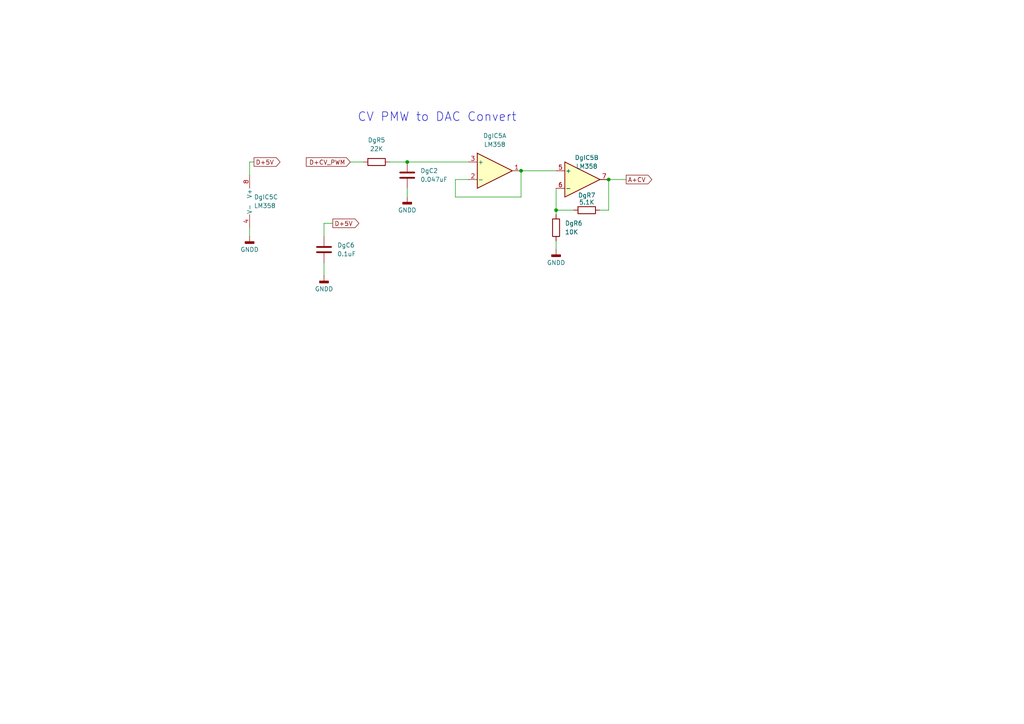
<source format=kicad_sch>
(kicad_sch (version 20231120) (generator "eeschema") (generator_version "8.0")
  (paper "A4")
  (lib_symbols
    (symbol "Amplifier_Operational:LM358" (pin_names (offset 0.127))
      (property "Reference" "U" (at 0 5.08 0))
      (property "Value" "LM358" (at 0 -5.08 0))
      (symbol "LM358_1_1"
        (polyline (pts (xy -5.08 5.08) (xy 5.08 0) (xy -5.08 -5.08) (xy -5.08 5.08)) (stroke (width 0.254)) (fill (type background)))
        (pin output line (at 7.62 0 180) (length 2.54) (name "~") (number "1"))
        (pin input line (at -7.62 -2.54 0) (length 2.54) (name "-") (number "2"))
        (pin input line (at -7.62 2.54 0) (length 2.54) (name "+") (number "3"))
      )
      (symbol "LM358_2_1"
        (polyline (pts (xy -5.08 5.08) (xy 5.08 0) (xy -5.08 -5.08) (xy -5.08 5.08)) (stroke (width 0.254)) (fill (type background)))
        (pin input line (at -7.62 2.54 0) (length 2.54) (name "+") (number "5"))
        (pin input line (at -7.62 -2.54 0) (length 2.54) (name "-") (number "6"))
        (pin output line (at 7.62 0 180) (length 2.54) (name "~") (number "7"))
      )
      (symbol "LM358_3_1"
        (pin power_in line (at -2.54 -7.62 90) (length 3.81) (name "V-") (number "4"))
        (pin power_in line (at -2.54 7.62 270) (length 3.81) (name "V+") (number "8"))
      )
    )
    (symbol "Device:C" (pin_numbers hide) (pin_names (offset 0.254))
      (property "Reference" "C" (at 0.635 2.54 0))
      (property "Value" "C" (at 0.635 -2.54 0))
      (symbol "C_0_1"
        (polyline (pts (xy -2.032 -0.762) (xy 2.032 -0.762)) (stroke (width 0.508)))
        (polyline (pts (xy -2.032 0.762) (xy 2.032 0.762)) (stroke (width 0.508)))
      )
      (symbol "C_1_1"
        (pin passive line (at 0 3.81 270) (length 2.794) (name "~") (number "1"))
        (pin passive line (at 0 -3.81 90) (length 2.794) (name "~") (number "2"))
      )
    )
    (symbol "Device:R" (pin_numbers hide) (pin_names (offset 0))
      (property "Reference" "R" (at 2.032 0 90))
      (property "Value" "R" (at 0 0 90))
      (symbol "R_0_1"
        (rectangle (start -1.016 -2.54) (end 1.016 2.54) (stroke (width 0.254)))
      )
      (symbol "R_1_1"
        (pin passive line (at 0 3.81 270) (length 1.27) (name "~") (number "1"))
        (pin passive line (at 0 -3.81 90) (length 1.27) (name "~") (number "2"))
      )
    )
    (symbol "power:GNDD" (power) (pin_numbers hide) (pin_names (offset 0) hide)
      (property "Value" "GNDD" (at 0 -3.175 0))
      (symbol "GNDD_0_1"
        (rectangle (start -1.27 -1.524) (end 1.27 -2.032) (stroke (width 0.254)) (fill (type outline)))
        (polyline (pts (xy 0 0) (xy 0 -1.524)))
      )
      (symbol "GNDD_1_1"
        (pin power_in line (at 0 0 270) (length 0) (name "~") (number "1"))
      )
    )
  )
  (junction (at 118.11 46.99))
  (junction (at 161.29 60.96))
  (junction (at 176.53 52.07))
  (junction (at 151.13 49.53))
  (wire (pts (xy 161.29 69.85) (xy 161.29 72.39)))
  (wire (pts (xy 132.08 57.15) (xy 151.13 57.15)))
  (wire (pts (xy 166.37 60.96) (xy 161.29 60.96)))
  (wire (pts (xy 135.89 52.07) (xy 132.08 52.07)))
  (wire (pts (xy 118.11 46.99) (xy 135.89 46.99)))
  (wire (pts (xy 161.29 60.96) (xy 161.29 54.61)))
  (wire (pts (xy 176.53 52.07) (xy 181.61 52.07)))
  (wire (pts (xy 73.66 46.99) (xy 72.39 46.99)))
  (wire (pts (xy 72.39 46.99) (xy 72.39 50.8)))
  (wire (pts (xy 176.53 60.96) (xy 173.99 60.96)))
  (wire (pts (xy 93.98 64.77) (xy 93.98 68.58)))
  (wire (pts (xy 161.29 60.96) (xy 161.29 62.23)))
  (wire (pts (xy 176.53 52.07) (xy 176.53 60.96)))
  (wire (pts (xy 93.98 76.2) (xy 93.98 80.01)))
  (wire (pts (xy 151.13 57.15) (xy 151.13 49.53)))
  (wire (pts (xy 72.39 66.04) (xy 72.39 68.58)))
  (wire (pts (xy 101.6 46.99) (xy 105.41 46.99)))
  (wire (pts (xy 151.13 49.53) (xy 161.29 49.53)))
  (wire (pts (xy 132.08 52.07) (xy 132.08 57.15)))
  (wire (pts (xy 118.11 54.61) (xy 118.11 57.15)))
  (wire (pts (xy 96.52 64.77) (xy 93.98 64.77)))
  (wire (pts (xy 113.03 46.99) (xy 118.11 46.99)))
  (text "CV PMW to DAC Convert" (at 103.632 34.036 0) (effects (font (size 2.54 2.54)) (justify left)))
  (global_label "D+5V" (shape output) (at 73.66 46.99 0) (property "Intersheetrefs" "${INTERSHEET_REFS}" (effects (hide yes))))
  (global_label "D+5V" (shape output) (at 96.52 64.77 0) (property "Intersheetrefs" "${INTERSHEET_REFS}" (effects (hide yes))))
  (global_label "A+CV" (shape output) (at 181.61 52.07 0) (property "Intersheetrefs" "${INTERSHEET_REFS}" (effects (hide yes))))
  (global_label "D+CV_PWM" (shape input) (at 101.6 46.99 180) (property "Intersheetrefs" "${INTERSHEET_REFS}" (effects (hide yes))))
  (symbol (lib_id "Device:R") (at 170.18 60.96 90) (unit 1)
    (property "Reference" "DgR7" (at 170.18 56.642 90))
    (property "Value" "5.1K" (at 170.18 58.674 90))
    (property "Footprint" "Resistor_THT:R_Axial_DIN0207_L6.3mm_D2.5mm_P2.54mm_Vertical" (effects (hide yes)))
    (property "Description" "Resistor" (effects (hide yes)))
  )
  (symbol (lib_id "power:GNDD") (at 72.39 68.58 0) (unit 1)
    (property "Reference" "#PWR014" (effects (hide yes)))
    (property "Value" "GNDD" (at 72.39 72.39 0))
    (property "Description" "Power symbol creates a global label with name \"GNDD\" , digital ground" (effects (hide yes)))
  )
  (symbol (lib_id "Device:C") (at 118.11 50.8 0) (unit 1)
    (property "Reference" "DgC2" (at 121.92 49.5299 0) (effects (justify left)))
    (property "Value" "0.047uF" (at 121.92 52.0699 0) (effects (justify left)))
    (property "Footprint" "Capacitor_THT:C_Rect_L7.0mm_W2.5mm_P5.00mm" (effects (hide yes)))
    (property "Description" "Unpolarized capacitor" (effects (hide yes)))
  )
  (symbol (lib_id "Amplifier_Operational:LM358") (at 74.93 58.42 0) (unit 3)
    (property "Reference" "DgIC5" (at 73.66 57.1499 0) (effects (justify left)))
    (property "Value" "LM358" (at 73.66 59.6899 0) (effects (justify left)))
    (property "Footprint" "Package_SO:SOIC-8_3.9x4.9mm_P1.27mm" (effects (hide yes)))
    (property "Datasheet" "http://www.ti.com/lit/ds/symlink/lm2904-n.pdf" (effects (hide yes)))
    (property "Description" "Low-Power, Dual Operational Amplifiers, DIP-8/SOIC-8/TO-99-8" (effects (hide yes)))
  )
  (symbol (lib_id "Device:C") (at 93.98 72.39 0) (unit 1)
    (property "Reference" "DgC6" (at 97.79 71.1199 0) (effects (justify left)))
    (property "Value" "0.1uF" (at 97.79 73.6599 0) (effects (justify left)))
    (property "Footprint" "Capacitor_SMD:C_0805_2012Metric_Pad1.18x1.45mm_HandSolder" (effects (hide yes)))
    (property "Description" "Unpolarized capacitor" (effects (hide yes)))
  )
  (symbol (lib_id "Device:R") (at 109.22 46.99 90) (unit 1)
    (property "Reference" "DgR5" (at 109.22 40.64 90))
    (property "Value" "22K" (at 109.22 43.18 90))
    (property "Footprint" "Resistor_THT:R_Axial_DIN0207_L6.3mm_D2.5mm_P2.54mm_Vertical" (effects (hide yes)))
    (property "Description" "Resistor" (effects (hide yes)))
  )
  (symbol (lib_id "Amplifier_Operational:LM358") (at 143.51 49.53 0) (unit 1)
    (property "Reference" "DgIC5" (at 143.51 39.37 0))
    (property "Value" "LM358" (at 143.51 41.91 0))
    (property "Footprint" "Package_SO:SOIC-8_3.9x4.9mm_P1.27mm" (effects (hide yes)))
    (property "Datasheet" "http://www.ti.com/lit/ds/symlink/lm2904-n.pdf" (effects (hide yes)))
    (property "Description" "Low-Power, Dual Operational Amplifiers, DIP-8/SOIC-8/TO-99-8" (effects (hide yes)))
  )
  (symbol (lib_id "Amplifier_Operational:LM358") (at 168.91 52.07 0) (unit 2)
    (property "Reference" "DgIC5" (at 170.18 45.72 0))
    (property "Value" "LM358" (at 170.18 48.26 0))
    (property "Footprint" "Package_SO:SOIC-8_3.9x4.9mm_P1.27mm" (effects (hide yes)))
    (property "Datasheet" "http://www.ti.com/lit/ds/symlink/lm2904-n.pdf" (effects (hide yes)))
    (property "Description" "Low-Power, Dual Operational Amplifiers, DIP-8/SOIC-8/TO-99-8" (effects (hide yes)))
  )
  (symbol (lib_id "Device:R") (at 161.29 66.04 0) (unit 1)
    (property "Reference" "DgR6" (at 163.83 64.7699 0) (effects (justify left)))
    (property "Value" "10K" (at 163.83 67.3099 0) (effects (justify left)))
    (property "Footprint" "Resistor_THT:R_Axial_DIN0207_L6.3mm_D2.5mm_P2.54mm_Vertical" (effects (hide yes)))
    (property "Description" "Resistor" (effects (hide yes)))
  )
  (symbol (lib_id "power:GNDD") (at 118.11 57.15 0) (unit 1)
    (property "Reference" "#PWR015" (effects (hide yes)))
    (property "Value" "GNDD" (at 118.11 60.96 0))
    (property "Description" "Power symbol creates a global label with name \"GNDD\" , digital ground" (effects (hide yes)))
  )
  (symbol (lib_id "power:GNDD") (at 161.29 72.39 0) (unit 1)
    (property "Reference" "#PWR016" (effects (hide yes)))
    (property "Value" "GNDD" (at 161.29 76.2 0))
    (property "Description" "Power symbol creates a global label with name \"GNDD\" , digital ground" (effects (hide yes)))
  )
  (symbol (lib_id "power:GNDD") (at 93.98 80.01 0) (unit 1)
    (property "Reference" "#PWR042" (effects (hide yes)))
    (property "Value" "GNDD" (at 93.98 83.82 0))
    (property "Description" "Power symbol creates a global label with name \"GNDD\" , digital ground" (effects (hide yes)))
  )
)
</source>
